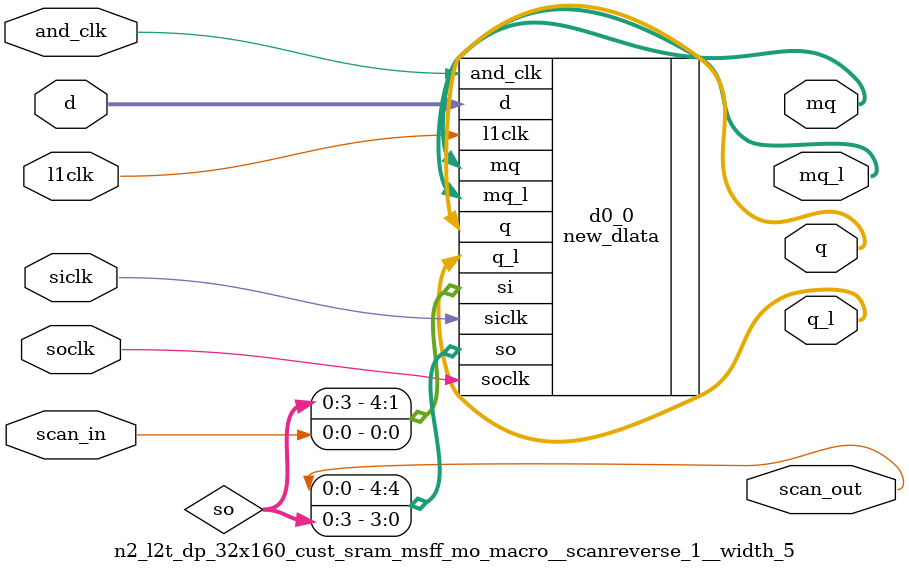
<source format=v>
module n2_l2t_dp_32x160_cust (
  din, 
  rd_adr1, 
  rd_adr2, 
  sel_rdaddr1, 
  wr_adr, 
  read_en, 
  wr_en, 
  word_wen, 
  tcu_array_wr_inhibit, 
  l2clk, 
  scan_in, 
  tcu_se_scancollar_in, 
  tcu_pce_ov, 
  pce, 
  tcu_aclk, 
  tcu_bclk, 
  tcu_scan_en, 
  dout, 
  scan_out);
wire siclk;
wire soclk;
wire stop;
wire pce_ov;
wire l1clk;
wire ff_wdata_0_scanin;
wire ff_wdata_0_scanout;
wire [159:0] wrdata_d1;
wire ff_wdata_1_scanin;
wire ff_wdata_1_scanout;
wire ff_wr_en_scanin;
wire ff_wr_en_scanout;
wire wr_en_d1;
wire ff_wr_adr_scanin;
wire ff_wr_adr_scanout;
wire [4:0] wrptr_d1;
wire ff_read_enable_scanin;
wire ff_read_enable_scanout;
wire ff_read_enable0_unused;
wire ff_read_enable1_unused;
wire ff_read_enable2_unused;
wire ren_d1;
wire ff_word_wen_scanin;
wire ff_word_wen_scanout;
wire [3:0] word_wen_d1;
wire sel_rdaddr1_n;
wire ff_read_addr_scanin;
wire ff_read_addr_scanout;
wire [4:0] rdptr_d1;
wire [4:0] ff_read_addr_mq_l_unused;
wire [4:0] ff_read_addr_q_unused;
wire [4:0] ff_read_addr_q_l_unused;
 

input [159:0]   din; // data input
input [4:0]     rd_adr1;   // read addr1 
input [4:0]     rd_adr2;   // read addr2 
input	  	sel_rdaddr1; // sel read addr1
input [4:0] 	wr_adr;  // write addr
input          	read_en;  
input	  	wr_en ;	//   used in conjunction with
     			//  word_wen and byte_wen 
input [3:0]     word_wen; // word enables ( if you don't use these
     			    // tie them to Vdd )
input	  	tcu_array_wr_inhibit; // used to gate off write during scan.
input          	l2clk;
input          	scan_in; 
input	  	tcu_se_scancollar_in; // hold scan in data.
input 	  	tcu_pce_ov;
input		pce;
input 		tcu_aclk;
input 		tcu_bclk;
input 		tcu_scan_en;

output [159:0] 	dout;
output         	scan_out;

// JDL 05/17/07
// synopsys translate_off

wire 	[4:0] 	rd_adr_mux_out;
wire		and_clk;


// scan chain connections ////
assign siclk = tcu_aclk;
assign soclk = tcu_bclk;
assign stop = 1'b0;
assign pce_ov = tcu_pce_ov;

//// Input Flops /////

n2_l2t_dp_32x160_cust_l1clkhdr_ctl_macro      clkgen_andclk
        (
        .l2clk  (l2clk  ),
        .l1en   (pce    ),
        .pce_ov (pce_ov ),
        .stop   (stop   ),
        .se     (tcu_scan_en),
        .l1clk  (and_clk  )
        );

n2_l2t_dp_32x160_cust_l1clkhdr_ctl_macro      clkgen_clk_en
        (
        .l2clk  (l2clk  ),
        .l1en   (pce    ),
        .pce_ov (pce_ov ),
        .stop   (stop   ),
        .se     (tcu_se_scancollar_in),
        .l1clk  (l1clk  )
        );

n2_l2t_dp_32x160_cust_msff_ctl_macro__scanreverse_1__width_80 ff_wdata_0     
	(
        .scan_in(ff_wdata_0_scanin),
        .scan_out(ff_wdata_0_scanout),
        .l1clk(l1clk),
        .din(din[79:0]),
        .dout(wrdata_d1[79:0]),
  .siclk(siclk),
  .soclk(soclk)
        );

n2_l2t_dp_32x160_cust_msff_ctl_macro__scanreverse_1__width_80 ff_wdata_1     
	(
        .scan_in(ff_wdata_1_scanin),
        .scan_out(ff_wdata_1_scanout),
        .l1clk(l1clk),
        .din(din[159:80]),
        .dout(wrdata_d1[159:80]),
  .siclk(siclk),
  .soclk(soclk)
        );

n2_l2t_dp_32x160_cust_msff_ctl_macro__width_1 ff_wr_en    (
        .scan_in(ff_wr_en_scanin),
        .scan_out(ff_wr_en_scanout),
        .l1clk(l1clk),
        .din(wr_en),
        .dout(wr_en_d1),
  .siclk(siclk),
  .soclk(soclk)
        );


n2_l2t_dp_32x160_cust_msff_ctl_macro__scanreverse_1__width_5 ff_wr_adr     (
        .scan_in(ff_wr_adr_scanin),
        .scan_out(ff_wr_adr_scanout),
        .l1clk(l1clk),
        .din(wr_adr[4:0]),
        .dout(wrptr_d1[4:0]),
  .siclk(siclk),
  .soclk(soclk)
        );

n2_l2t_dp_32x160_cust_sram_msff_mo_macro__width_1 ff_read_enable  
         (
         .scan_in(ff_read_enable_scanin),
         .scan_out(ff_read_enable_scanout),
         .l1clk(l1clk),
         .and_clk(and_clk),
         .d(read_en),
	 .q(ff_read_enable0_unused),
	 .q_l(ff_read_enable1_unused),
	 .mq_l(ff_read_enable2_unused),
         .mq(ren_d1),
  .siclk(siclk),
  .soclk(soclk)
         );

n2_l2t_dp_32x160_cust_msff_ctl_macro__scanreverse_1__width_4 ff_word_wen     
	(
         .scan_in(ff_word_wen_scanin),
         .scan_out(ff_word_wen_scanout),
         .l1clk(l1clk),
         .din(word_wen[3:0]),
         .dout(word_wen_d1[3:0]),
  .siclk(siclk),
  .soclk(soclk)
        );

n2_l2t_dp_32x160_cust_inv_macro__width_1 sel_rdaddr1_inv    
	(
        .din(sel_rdaddr1),
        .dout(sel_rdaddr1_n)
        );

n2_l2t_dp_32x160_cust_mux_macro__mux_aonpe__ports_2__width_5 mux_rd_addr 
        (
	.dout (rd_adr_mux_out[4:0]),
        .din0  (rd_adr1[4:0]),    
	.sel0 (sel_rdaddr1),
        .din1  (rd_adr2[4:0]),  
	.sel1 (sel_rdaddr1_n)
        ) ;

n2_l2t_dp_32x160_cust_sram_msff_mo_macro__scanreverse_1__width_5 ff_read_addr   
         (
         .scan_in(ff_read_addr_scanin),
         .scan_out(ff_read_addr_scanout),
         .l1clk(l1clk),
         .and_clk(and_clk),
         .d(rd_adr_mux_out[4:0]),
         .mq(rdptr_d1[4:0]),
	 .mq_l(ff_read_addr_mq_l_unused[4:0]),
	 .q(ff_read_addr_q_unused[4:0]),
	 .q_l(ff_read_addr_q_l_unused[4:0]),
  .siclk(siclk),
  .soclk(soclk)
         );


 /// Memory array ////

  
n2_l2t_dp_32x160_cust_array array (
                .l1clk (and_clk),
                .wr_en (wr_en_d1),
                .rd_en (ren_d1), 
                .wr_addr(wrptr_d1[4:0]),
                .rd_addr(rdptr_d1[4:0]),
                .din(wrdata_d1[159:0]),
                .dout(dout[159:0]),
                .tcu_array_wr_inhibit(tcu_array_wr_inhibit),
                .word_wen(word_wen_d1[3:0])
                 );

// fixscan start:
assign ff_wdata_0_scanin         = scan_in                  ;
assign ff_word_wen_scanin        = ff_wdata_0_scanout       ;
assign ff_wr_en_scanin           = ff_word_wen_scanout      ;
assign ff_wr_adr_scanin          = ff_wr_en_scanout         ;
assign ff_read_addr_scanin       = ff_wr_adr_scanout        ;
assign ff_read_enable_scanin     = ff_read_addr_scanout     ;
assign ff_wdata_1_scanin         = ff_read_enable_scanout   ;
assign scan_out                  = ff_wdata_1_scanout       ;

// fixscan end:

// JDL 05/17/07
// synopsys translate_on

endmodule


module n2_l2t_dp_32x160_cust_array (
  l1clk, 
  wr_en, 
  rd_en, 
  tcu_array_wr_inhibit, 
  word_wen, 
  wr_addr, 
  rd_addr, 
  din, 
  dout);
wire write_disable;


input 		l1clk;
input 		wr_en;
input 		rd_en;
input 		tcu_array_wr_inhibit;
input [3:0] 	word_wen;
input [4:0] 	wr_addr;
input [4:0] 	rd_addr;
input [159:0] 	din;
output [159:0] 	dout;


assign write_disable = tcu_array_wr_inhibit;
//assign read_disable = tcu_array_wr_inhibit;












// local signals
reg [159:0] dout;
// memory array
reg [159:0]  inq_ary [31:0];

// internal variable

integer      rd_i;
integer      wr_i;

reg [159:0]  temp, tmp_dout;
reg [159:0]   data_in;



`ifndef NOINITMEM
// Emulate reset
integer j1;
initial begin
  for (j1=0; j1<32; j1=j1+1) begin
   inq_ary [j1] = {160{1'b0}};
  end
end
`endif


/////////////////////////////////////////////////////////////////////////////////
// Read Operation
/////////////////////////////////////////////////////////////////////////////////

always @(rd_addr or rd_en or tmp_dout or write_disable or word_wen or wr_en or wr_addr or l1clk)
begin
    if(l1clk) begin

     if (rd_en & ~write_disable)
        begin
	 for(rd_i=0; rd_i< 160; rd_i=rd_i+4) 
	
	 begin
		tmp_dout =  inq_ary[rd_addr] ;

		if((rd_addr == wr_addr)) begin
	 		dout[rd_i] =   ( word_wen[0] & wr_en & ~write_disable )? 
					1'bx : tmp_dout[rd_i] ;
	 		dout[rd_i+1] = ( word_wen[1] & wr_en & ~write_disable )? 
                                               1'bx : tmp_dout[rd_i+1] ;
	 		dout[rd_i+2] = ( word_wen[2] & wr_en & ~write_disable )? 
                                               1'bx : tmp_dout[rd_i+2] ;
	 		dout[rd_i+3] = ( word_wen[3] & wr_en & ~write_disable )? 
                                               1'bx : tmp_dout[rd_i+3] ;
		end

		else begin
			dout[rd_i]   = tmp_dout[rd_i] ;
			dout[rd_i+1] = tmp_dout[rd_i+1] ;
			dout[rd_i+2] = tmp_dout[rd_i+2] ;
			dout[rd_i+3] = tmp_dout[rd_i+3] ;
		end
	 end  // for
        end   // rd_en if
       else 
	 dout  = 160'h0;
    end // l1clk if
end  // always




/////////////////////////////////////////////////////////////////////////////////
// Write Operation
/////////////////////////////////////////////////////////////////////////////////

always @(write_disable or word_wen or wr_en or din or wr_addr or temp or l1clk)
begin
	if(wr_en & ~write_disable & ~l1clk)   
		begin
		temp 	   =  inq_ary[wr_addr];
		for (wr_i=0; wr_i<160; wr_i=wr_i+4) 
			begin
			data_in[wr_i] = ( word_wen[0] & wr_en & ~write_disable ) ? 
						din[wr_i] : temp[wr_i] ;
			data_in[wr_i+1] = ( word_wen[1] & wr_en & ~write_disable ) ? 
						din[wr_i+1] : temp[wr_i+1] ;
			data_in[wr_i+2] = ( word_wen[2] & wr_en & ~write_disable ) ? 
						din[wr_i+2] : temp[wr_i+2] ;
			data_in[wr_i+3] = ( word_wen[3] & wr_en & ~write_disable ) ? 
							din[wr_i+3] : temp[wr_i+3] ;
     			end
     			inq_ary[wr_addr] = data_in ;
		end
end // always @ (...



endmodule // rf_32x160









// any PARAMS parms go into naming of macro

module n2_l2t_dp_32x160_cust_l1clkhdr_ctl_macro (
  l2clk, 
  l1en, 
  pce_ov, 
  stop, 
  se, 
  l1clk);


  input l2clk;
  input l1en;
  input pce_ov;
  input stop;
  input se;
  output l1clk;



 

cl_sc1_l1hdr_8x c_0 (


   .l2clk(l2clk),
   .pce(l1en),
   .l1clk(l1clk),
  .se(se),
  .pce_ov(pce_ov),
  .stop(stop)
);



endmodule













// any PARAMS parms go into naming of macro

module n2_l2t_dp_32x160_cust_msff_ctl_macro__scanreverse_1__width_80 (
  din, 
  l1clk, 
  scan_in, 
  siclk, 
  soclk, 
  dout, 
  scan_out);
wire [79:0] fdin;
wire [0:78] so;

  input [79:0] din;
  input l1clk;
  input scan_in;


  input siclk;
  input soclk;

  output [79:0] dout;
  output scan_out;
assign fdin[79:0] = din[79:0];






dff #(80)  d0_0 (
.l1clk(l1clk),
.siclk(siclk),
.soclk(soclk),
.d(fdin[79:0]),
.si({so[0:78],scan_in}),
.so({scan_out,so[0:78]}),
.q(dout[79:0])
);












endmodule













// any PARAMS parms go into naming of macro

module n2_l2t_dp_32x160_cust_msff_ctl_macro__width_1 (
  din, 
  l1clk, 
  scan_in, 
  siclk, 
  soclk, 
  dout, 
  scan_out);
wire [0:0] fdin;

  input [0:0] din;
  input l1clk;
  input scan_in;


  input siclk;
  input soclk;

  output [0:0] dout;
  output scan_out;
assign fdin[0:0] = din[0:0];






dff #(1)  d0_0 (
.l1clk(l1clk),
.siclk(siclk),
.soclk(soclk),
.d(fdin[0:0]),
.si(scan_in),
.so(scan_out),
.q(dout[0:0])
);












endmodule













// any PARAMS parms go into naming of macro

module n2_l2t_dp_32x160_cust_msff_ctl_macro__scanreverse_1__width_5 (
  din, 
  l1clk, 
  scan_in, 
  siclk, 
  soclk, 
  dout, 
  scan_out);
wire [4:0] fdin;
wire [0:3] so;

  input [4:0] din;
  input l1clk;
  input scan_in;


  input siclk;
  input soclk;

  output [4:0] dout;
  output scan_out;
assign fdin[4:0] = din[4:0];






dff #(5)  d0_0 (
.l1clk(l1clk),
.siclk(siclk),
.soclk(soclk),
.d(fdin[4:0]),
.si({so[0:3],scan_in}),
.so({scan_out,so[0:3]}),
.q(dout[4:0])
);












endmodule









//
//   macro for cl_mc1_sram_msff_mo_{16,8,4}x flops
//
//





module n2_l2t_dp_32x160_cust_sram_msff_mo_macro__width_1 (
  d, 
  scan_in, 
  l1clk, 
  and_clk, 
  siclk, 
  soclk, 
  mq, 
  mq_l, 
  scan_out, 
  q, 
  q_l);
input [0:0] d;
  input scan_in;
input l1clk;
input and_clk;
input siclk;
input soclk;
output [0:0] mq;
output [0:0] mq_l;
  output scan_out;
output [0:0] q;
output [0:0] q_l;






new_dlata #(1)  d0_0 (
.d(d[0:0]),
.si(scan_in),
.so(scan_out),
.l1clk(l1clk),
.and_clk(and_clk),
.siclk(siclk),
.soclk(soclk),
.q(q[0:0]),
.q_l(q_l[0:0]),
.mq(mq[0:0]),
.mq_l(mq_l[0:0])
);










//place::generic_place($width,$stack,$left);

endmodule









// any PARAMS parms go into naming of macro

module n2_l2t_dp_32x160_cust_msff_ctl_macro__scanreverse_1__width_4 (
  din, 
  l1clk, 
  scan_in, 
  siclk, 
  soclk, 
  dout, 
  scan_out);
wire [3:0] fdin;
wire [0:2] so;

  input [3:0] din;
  input l1clk;
  input scan_in;


  input siclk;
  input soclk;

  output [3:0] dout;
  output scan_out;
assign fdin[3:0] = din[3:0];






dff #(4)  d0_0 (
.l1clk(l1clk),
.siclk(siclk),
.soclk(soclk),
.d(fdin[3:0]),
.si({so[0:2],scan_in}),
.so({scan_out,so[0:2]}),
.q(dout[3:0])
);












endmodule









//
//   invert macro
//
//





module n2_l2t_dp_32x160_cust_inv_macro__width_1 (
  din, 
  dout);
  input [0:0] din;
  output [0:0] dout;






inv #(1)  d0_0 (
.in(din[0:0]),
.out(dout[0:0])
);









endmodule





// general mux macro for pass-gate and and-or muxes with/wout priority encoders
// also for pass-gate with decoder





// any PARAMS parms go into naming of macro

module n2_l2t_dp_32x160_cust_mux_macro__mux_aonpe__ports_2__width_5 (
  din0, 
  sel0, 
  din1, 
  sel1, 
  dout);
wire buffout0;
wire buffout1;

  input [4:0] din0;
  input sel0;
  input [4:0] din1;
  input sel1;
  output [4:0] dout;





cl_dp1_muxbuff2_8x  c0_0 (
 .in0(sel0),
 .in1(sel1),
 .out0(buffout0),
 .out1(buffout1)
);
mux2s #(5)  d0_0 (
  .sel0(buffout0),
  .sel1(buffout1),
  .in0(din0[4:0]),
  .in1(din1[4:0]),
.dout(dout[4:0])
);









  



endmodule


//
//   macro for cl_mc1_sram_msff_mo_{16,8,4}x flops
//
//





module n2_l2t_dp_32x160_cust_sram_msff_mo_macro__scanreverse_1__width_5 (
  d, 
  scan_in, 
  l1clk, 
  and_clk, 
  siclk, 
  soclk, 
  mq, 
  mq_l, 
  scan_out, 
  q, 
  q_l);
wire [0:3] so;

input [4:0] d;
  input scan_in;
input l1clk;
input and_clk;
input siclk;
input soclk;
output [4:0] mq;
output [4:0] mq_l;
  output scan_out;
output [4:0] q;
output [4:0] q_l;






new_dlata #(5)  d0_0 (
.d(d[4:0]),
.si({so[0:3],scan_in}),
.so({scan_out,so[0:3]}),
.l1clk(l1clk),
.and_clk(and_clk),
.siclk(siclk),
.soclk(soclk),
.q(q[4:0]),
.q_l(q_l[4:0]),
.mq(mq[4:0]),
.mq_l(mq_l[4:0])
);










//place::generic_place($width,$stack,$left);

endmodule





</source>
